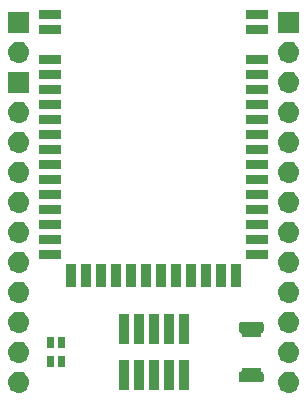
<source format=gbr>
G04 #@! TF.GenerationSoftware,KiCad,Pcbnew,(5.1.0)-1*
G04 #@! TF.CreationDate,2019-03-29T02:28:53-07:00*
G04 #@! TF.ProjectId,e73-breakout,6537332d-6272-4656-916b-6f75742e6b69,rev?*
G04 #@! TF.SameCoordinates,Original*
G04 #@! TF.FileFunction,Soldermask,Top*
G04 #@! TF.FilePolarity,Negative*
%FSLAX46Y46*%
G04 Gerber Fmt 4.6, Leading zero omitted, Abs format (unit mm)*
G04 Created by KiCad (PCBNEW (5.1.0)-1) date 2019-03-29 02:28:53*
%MOMM*%
%LPD*%
G04 APERTURE LIST*
%ADD10C,0.100000*%
G04 APERTURE END LIST*
D10*
G36*
X111540443Y-118155519D02*
G01*
X111606627Y-118162037D01*
X111776466Y-118213557D01*
X111932991Y-118297222D01*
X111968729Y-118326552D01*
X112070186Y-118409814D01*
X112153448Y-118511271D01*
X112182778Y-118547009D01*
X112266443Y-118703534D01*
X112317963Y-118873373D01*
X112335359Y-119050000D01*
X112317963Y-119226627D01*
X112266443Y-119396466D01*
X112182778Y-119552991D01*
X112153448Y-119588729D01*
X112070186Y-119690186D01*
X111968729Y-119773448D01*
X111932991Y-119802778D01*
X111776466Y-119886443D01*
X111606627Y-119937963D01*
X111540442Y-119944482D01*
X111474260Y-119951000D01*
X111385740Y-119951000D01*
X111319558Y-119944482D01*
X111253373Y-119937963D01*
X111083534Y-119886443D01*
X110927009Y-119802778D01*
X110891271Y-119773448D01*
X110789814Y-119690186D01*
X110706552Y-119588729D01*
X110677222Y-119552991D01*
X110593557Y-119396466D01*
X110542037Y-119226627D01*
X110524641Y-119050000D01*
X110542037Y-118873373D01*
X110593557Y-118703534D01*
X110677222Y-118547009D01*
X110706552Y-118511271D01*
X110789814Y-118409814D01*
X110891271Y-118326552D01*
X110927009Y-118297222D01*
X111083534Y-118213557D01*
X111253373Y-118162037D01*
X111319557Y-118155519D01*
X111385740Y-118149000D01*
X111474260Y-118149000D01*
X111540443Y-118155519D01*
X111540443Y-118155519D01*
G37*
G36*
X88680443Y-118155519D02*
G01*
X88746627Y-118162037D01*
X88916466Y-118213557D01*
X89072991Y-118297222D01*
X89108729Y-118326552D01*
X89210186Y-118409814D01*
X89293448Y-118511271D01*
X89322778Y-118547009D01*
X89406443Y-118703534D01*
X89457963Y-118873373D01*
X89475359Y-119050000D01*
X89457963Y-119226627D01*
X89406443Y-119396466D01*
X89322778Y-119552991D01*
X89293448Y-119588729D01*
X89210186Y-119690186D01*
X89108729Y-119773448D01*
X89072991Y-119802778D01*
X88916466Y-119886443D01*
X88746627Y-119937963D01*
X88680442Y-119944482D01*
X88614260Y-119951000D01*
X88525740Y-119951000D01*
X88459558Y-119944482D01*
X88393373Y-119937963D01*
X88223534Y-119886443D01*
X88067009Y-119802778D01*
X88031271Y-119773448D01*
X87929814Y-119690186D01*
X87846552Y-119588729D01*
X87817222Y-119552991D01*
X87733557Y-119396466D01*
X87682037Y-119226627D01*
X87664641Y-119050000D01*
X87682037Y-118873373D01*
X87733557Y-118703534D01*
X87817222Y-118547009D01*
X87846552Y-118511271D01*
X87929814Y-118409814D01*
X88031271Y-118326552D01*
X88067009Y-118297222D01*
X88223534Y-118213557D01*
X88393373Y-118162037D01*
X88459557Y-118155519D01*
X88525740Y-118149000D01*
X88614260Y-118149000D01*
X88680443Y-118155519D01*
X88680443Y-118155519D01*
G37*
G36*
X99151000Y-119711000D02*
G01*
X98309000Y-119711000D01*
X98309000Y-117209000D01*
X99151000Y-117209000D01*
X99151000Y-119711000D01*
X99151000Y-119711000D01*
G37*
G36*
X97881000Y-119711000D02*
G01*
X97039000Y-119711000D01*
X97039000Y-117209000D01*
X97881000Y-117209000D01*
X97881000Y-119711000D01*
X97881000Y-119711000D01*
G37*
G36*
X102961000Y-119711000D02*
G01*
X102119000Y-119711000D01*
X102119000Y-117209000D01*
X102961000Y-117209000D01*
X102961000Y-119711000D01*
X102961000Y-119711000D01*
G37*
G36*
X100421000Y-119711000D02*
G01*
X99579000Y-119711000D01*
X99579000Y-117209000D01*
X100421000Y-117209000D01*
X100421000Y-119711000D01*
X100421000Y-119711000D01*
G37*
G36*
X101691000Y-119711000D02*
G01*
X100849000Y-119711000D01*
X100849000Y-117209000D01*
X101691000Y-117209000D01*
X101691000Y-119711000D01*
X101691000Y-119711000D01*
G37*
G36*
X109056000Y-118037744D02*
G01*
X109058402Y-118062130D01*
X109065515Y-118085579D01*
X109077066Y-118107190D01*
X109092611Y-118126132D01*
X109111553Y-118141677D01*
X109133164Y-118153228D01*
X109156613Y-118160341D01*
X109168749Y-118162141D01*
X109174683Y-118162725D01*
X109205143Y-118171966D01*
X109233223Y-118186974D01*
X109257831Y-118207169D01*
X109278026Y-118231777D01*
X109293034Y-118259857D01*
X109302275Y-118290317D01*
X109306000Y-118328140D01*
X109306000Y-118891860D01*
X109302275Y-118929683D01*
X109293034Y-118960143D01*
X109278026Y-118988223D01*
X109257831Y-119012831D01*
X109233223Y-119033026D01*
X109205143Y-119048034D01*
X109174683Y-119057275D01*
X109136860Y-119061000D01*
X107373140Y-119061000D01*
X107335317Y-119057275D01*
X107304857Y-119048034D01*
X107276777Y-119033026D01*
X107252169Y-119012831D01*
X107231974Y-118988223D01*
X107216966Y-118960143D01*
X107207725Y-118929683D01*
X107204000Y-118891860D01*
X107204000Y-118328140D01*
X107207725Y-118290317D01*
X107216966Y-118259857D01*
X107231974Y-118231777D01*
X107252169Y-118207169D01*
X107276777Y-118186974D01*
X107304857Y-118171966D01*
X107335317Y-118162725D01*
X107341251Y-118162141D01*
X107365285Y-118157361D01*
X107387924Y-118147984D01*
X107408298Y-118134371D01*
X107425625Y-118117044D01*
X107439239Y-118096670D01*
X107448617Y-118074031D01*
X107453398Y-118049998D01*
X107454000Y-118037744D01*
X107454000Y-117809000D01*
X109056000Y-117809000D01*
X109056000Y-118037744D01*
X109056000Y-118037744D01*
G37*
G36*
X91596000Y-117761000D02*
G01*
X90994000Y-117761000D01*
X90994000Y-116859000D01*
X91596000Y-116859000D01*
X91596000Y-117761000D01*
X91596000Y-117761000D01*
G37*
G36*
X92496000Y-117761000D02*
G01*
X91894000Y-117761000D01*
X91894000Y-116859000D01*
X92496000Y-116859000D01*
X92496000Y-117761000D01*
X92496000Y-117761000D01*
G37*
G36*
X88680443Y-115615519D02*
G01*
X88746627Y-115622037D01*
X88916466Y-115673557D01*
X89072991Y-115757222D01*
X89108729Y-115786552D01*
X89210186Y-115869814D01*
X89293448Y-115971271D01*
X89322778Y-116007009D01*
X89406443Y-116163534D01*
X89457963Y-116333373D01*
X89475359Y-116510000D01*
X89457963Y-116686627D01*
X89406443Y-116856466D01*
X89322778Y-117012991D01*
X89293448Y-117048729D01*
X89210186Y-117150186D01*
X89108729Y-117233448D01*
X89072991Y-117262778D01*
X88916466Y-117346443D01*
X88746627Y-117397963D01*
X88680443Y-117404481D01*
X88614260Y-117411000D01*
X88525740Y-117411000D01*
X88459557Y-117404481D01*
X88393373Y-117397963D01*
X88223534Y-117346443D01*
X88067009Y-117262778D01*
X88031271Y-117233448D01*
X87929814Y-117150186D01*
X87846552Y-117048729D01*
X87817222Y-117012991D01*
X87733557Y-116856466D01*
X87682037Y-116686627D01*
X87664641Y-116510000D01*
X87682037Y-116333373D01*
X87733557Y-116163534D01*
X87817222Y-116007009D01*
X87846552Y-115971271D01*
X87929814Y-115869814D01*
X88031271Y-115786552D01*
X88067009Y-115757222D01*
X88223534Y-115673557D01*
X88393373Y-115622037D01*
X88459557Y-115615519D01*
X88525740Y-115609000D01*
X88614260Y-115609000D01*
X88680443Y-115615519D01*
X88680443Y-115615519D01*
G37*
G36*
X111540443Y-115615519D02*
G01*
X111606627Y-115622037D01*
X111776466Y-115673557D01*
X111932991Y-115757222D01*
X111968729Y-115786552D01*
X112070186Y-115869814D01*
X112153448Y-115971271D01*
X112182778Y-116007009D01*
X112266443Y-116163534D01*
X112317963Y-116333373D01*
X112335359Y-116510000D01*
X112317963Y-116686627D01*
X112266443Y-116856466D01*
X112182778Y-117012991D01*
X112153448Y-117048729D01*
X112070186Y-117150186D01*
X111968729Y-117233448D01*
X111932991Y-117262778D01*
X111776466Y-117346443D01*
X111606627Y-117397963D01*
X111540443Y-117404481D01*
X111474260Y-117411000D01*
X111385740Y-117411000D01*
X111319557Y-117404481D01*
X111253373Y-117397963D01*
X111083534Y-117346443D01*
X110927009Y-117262778D01*
X110891271Y-117233448D01*
X110789814Y-117150186D01*
X110706552Y-117048729D01*
X110677222Y-117012991D01*
X110593557Y-116856466D01*
X110542037Y-116686627D01*
X110524641Y-116510000D01*
X110542037Y-116333373D01*
X110593557Y-116163534D01*
X110677222Y-116007009D01*
X110706552Y-115971271D01*
X110789814Y-115869814D01*
X110891271Y-115786552D01*
X110927009Y-115757222D01*
X111083534Y-115673557D01*
X111253373Y-115622037D01*
X111319557Y-115615519D01*
X111385740Y-115609000D01*
X111474260Y-115609000D01*
X111540443Y-115615519D01*
X111540443Y-115615519D01*
G37*
G36*
X91596000Y-116161000D02*
G01*
X90994000Y-116161000D01*
X90994000Y-115259000D01*
X91596000Y-115259000D01*
X91596000Y-116161000D01*
X91596000Y-116161000D01*
G37*
G36*
X92496000Y-116161000D02*
G01*
X91894000Y-116161000D01*
X91894000Y-115259000D01*
X92496000Y-115259000D01*
X92496000Y-116161000D01*
X92496000Y-116161000D01*
G37*
G36*
X101691000Y-115811000D02*
G01*
X100849000Y-115811000D01*
X100849000Y-113309000D01*
X101691000Y-113309000D01*
X101691000Y-115811000D01*
X101691000Y-115811000D01*
G37*
G36*
X97881000Y-115811000D02*
G01*
X97039000Y-115811000D01*
X97039000Y-113309000D01*
X97881000Y-113309000D01*
X97881000Y-115811000D01*
X97881000Y-115811000D01*
G37*
G36*
X99151000Y-115811000D02*
G01*
X98309000Y-115811000D01*
X98309000Y-113309000D01*
X99151000Y-113309000D01*
X99151000Y-115811000D01*
X99151000Y-115811000D01*
G37*
G36*
X100421000Y-115811000D02*
G01*
X99579000Y-115811000D01*
X99579000Y-113309000D01*
X100421000Y-113309000D01*
X100421000Y-115811000D01*
X100421000Y-115811000D01*
G37*
G36*
X102961000Y-115811000D02*
G01*
X102119000Y-115811000D01*
X102119000Y-113309000D01*
X102961000Y-113309000D01*
X102961000Y-115811000D01*
X102961000Y-115811000D01*
G37*
G36*
X109174683Y-113962725D02*
G01*
X109205143Y-113971966D01*
X109233223Y-113986974D01*
X109257831Y-114007169D01*
X109278026Y-114031777D01*
X109293034Y-114059857D01*
X109302275Y-114090317D01*
X109306000Y-114128140D01*
X109306000Y-114691860D01*
X109302275Y-114729683D01*
X109293034Y-114760143D01*
X109278026Y-114788223D01*
X109257831Y-114812831D01*
X109233223Y-114833026D01*
X109205143Y-114848034D01*
X109174683Y-114857275D01*
X109168749Y-114857859D01*
X109144715Y-114862639D01*
X109122076Y-114872016D01*
X109101702Y-114885629D01*
X109084375Y-114902956D01*
X109070761Y-114923330D01*
X109061383Y-114945969D01*
X109056602Y-114970002D01*
X109056000Y-114982256D01*
X109056000Y-115211000D01*
X107454000Y-115211000D01*
X107454000Y-114982256D01*
X107451598Y-114957870D01*
X107444485Y-114934421D01*
X107432934Y-114912810D01*
X107417389Y-114893868D01*
X107398447Y-114878323D01*
X107376836Y-114866772D01*
X107353387Y-114859659D01*
X107341251Y-114857859D01*
X107335317Y-114857275D01*
X107304857Y-114848034D01*
X107276777Y-114833026D01*
X107252169Y-114812831D01*
X107231974Y-114788223D01*
X107216966Y-114760143D01*
X107207725Y-114729683D01*
X107204000Y-114691860D01*
X107204000Y-114128140D01*
X107207725Y-114090317D01*
X107216966Y-114059857D01*
X107231974Y-114031777D01*
X107252169Y-114007169D01*
X107276777Y-113986974D01*
X107304857Y-113971966D01*
X107335317Y-113962725D01*
X107373140Y-113959000D01*
X109136860Y-113959000D01*
X109174683Y-113962725D01*
X109174683Y-113962725D01*
G37*
G36*
X111540443Y-113075519D02*
G01*
X111606627Y-113082037D01*
X111776466Y-113133557D01*
X111932991Y-113217222D01*
X111968729Y-113246552D01*
X112070186Y-113329814D01*
X112153448Y-113431271D01*
X112182778Y-113467009D01*
X112266443Y-113623534D01*
X112317963Y-113793373D01*
X112335359Y-113970000D01*
X112317963Y-114146627D01*
X112266443Y-114316466D01*
X112182778Y-114472991D01*
X112153448Y-114508729D01*
X112070186Y-114610186D01*
X111985734Y-114679493D01*
X111932991Y-114722778D01*
X111776466Y-114806443D01*
X111606627Y-114857963D01*
X111540443Y-114864481D01*
X111474260Y-114871000D01*
X111385740Y-114871000D01*
X111319557Y-114864481D01*
X111253373Y-114857963D01*
X111083534Y-114806443D01*
X110927009Y-114722778D01*
X110874266Y-114679493D01*
X110789814Y-114610186D01*
X110706552Y-114508729D01*
X110677222Y-114472991D01*
X110593557Y-114316466D01*
X110542037Y-114146627D01*
X110524641Y-113970000D01*
X110542037Y-113793373D01*
X110593557Y-113623534D01*
X110677222Y-113467009D01*
X110706552Y-113431271D01*
X110789814Y-113329814D01*
X110891271Y-113246552D01*
X110927009Y-113217222D01*
X111083534Y-113133557D01*
X111253373Y-113082037D01*
X111319557Y-113075519D01*
X111385740Y-113069000D01*
X111474260Y-113069000D01*
X111540443Y-113075519D01*
X111540443Y-113075519D01*
G37*
G36*
X88680443Y-113075519D02*
G01*
X88746627Y-113082037D01*
X88916466Y-113133557D01*
X89072991Y-113217222D01*
X89108729Y-113246552D01*
X89210186Y-113329814D01*
X89293448Y-113431271D01*
X89322778Y-113467009D01*
X89406443Y-113623534D01*
X89457963Y-113793373D01*
X89475359Y-113970000D01*
X89457963Y-114146627D01*
X89406443Y-114316466D01*
X89322778Y-114472991D01*
X89293448Y-114508729D01*
X89210186Y-114610186D01*
X89125734Y-114679493D01*
X89072991Y-114722778D01*
X88916466Y-114806443D01*
X88746627Y-114857963D01*
X88680443Y-114864481D01*
X88614260Y-114871000D01*
X88525740Y-114871000D01*
X88459557Y-114864481D01*
X88393373Y-114857963D01*
X88223534Y-114806443D01*
X88067009Y-114722778D01*
X88014266Y-114679493D01*
X87929814Y-114610186D01*
X87846552Y-114508729D01*
X87817222Y-114472991D01*
X87733557Y-114316466D01*
X87682037Y-114146627D01*
X87664641Y-113970000D01*
X87682037Y-113793373D01*
X87733557Y-113623534D01*
X87817222Y-113467009D01*
X87846552Y-113431271D01*
X87929814Y-113329814D01*
X88031271Y-113246552D01*
X88067009Y-113217222D01*
X88223534Y-113133557D01*
X88393373Y-113082037D01*
X88459557Y-113075519D01*
X88525740Y-113069000D01*
X88614260Y-113069000D01*
X88680443Y-113075519D01*
X88680443Y-113075519D01*
G37*
G36*
X88680443Y-110535519D02*
G01*
X88746627Y-110542037D01*
X88916466Y-110593557D01*
X89072991Y-110677222D01*
X89108729Y-110706552D01*
X89210186Y-110789814D01*
X89293448Y-110891271D01*
X89322778Y-110927009D01*
X89406443Y-111083534D01*
X89457963Y-111253373D01*
X89475359Y-111430000D01*
X89457963Y-111606627D01*
X89406443Y-111776466D01*
X89322778Y-111932991D01*
X89293448Y-111968729D01*
X89210186Y-112070186D01*
X89108729Y-112153448D01*
X89072991Y-112182778D01*
X88916466Y-112266443D01*
X88746627Y-112317963D01*
X88680443Y-112324481D01*
X88614260Y-112331000D01*
X88525740Y-112331000D01*
X88459557Y-112324481D01*
X88393373Y-112317963D01*
X88223534Y-112266443D01*
X88067009Y-112182778D01*
X88031271Y-112153448D01*
X87929814Y-112070186D01*
X87846552Y-111968729D01*
X87817222Y-111932991D01*
X87733557Y-111776466D01*
X87682037Y-111606627D01*
X87664641Y-111430000D01*
X87682037Y-111253373D01*
X87733557Y-111083534D01*
X87817222Y-110927009D01*
X87846552Y-110891271D01*
X87929814Y-110789814D01*
X88031271Y-110706552D01*
X88067009Y-110677222D01*
X88223534Y-110593557D01*
X88393373Y-110542037D01*
X88459557Y-110535519D01*
X88525740Y-110529000D01*
X88614260Y-110529000D01*
X88680443Y-110535519D01*
X88680443Y-110535519D01*
G37*
G36*
X111540443Y-110535519D02*
G01*
X111606627Y-110542037D01*
X111776466Y-110593557D01*
X111932991Y-110677222D01*
X111968729Y-110706552D01*
X112070186Y-110789814D01*
X112153448Y-110891271D01*
X112182778Y-110927009D01*
X112266443Y-111083534D01*
X112317963Y-111253373D01*
X112335359Y-111430000D01*
X112317963Y-111606627D01*
X112266443Y-111776466D01*
X112182778Y-111932991D01*
X112153448Y-111968729D01*
X112070186Y-112070186D01*
X111968729Y-112153448D01*
X111932991Y-112182778D01*
X111776466Y-112266443D01*
X111606627Y-112317963D01*
X111540443Y-112324481D01*
X111474260Y-112331000D01*
X111385740Y-112331000D01*
X111319557Y-112324481D01*
X111253373Y-112317963D01*
X111083534Y-112266443D01*
X110927009Y-112182778D01*
X110891271Y-112153448D01*
X110789814Y-112070186D01*
X110706552Y-111968729D01*
X110677222Y-111932991D01*
X110593557Y-111776466D01*
X110542037Y-111606627D01*
X110524641Y-111430000D01*
X110542037Y-111253373D01*
X110593557Y-111083534D01*
X110677222Y-110927009D01*
X110706552Y-110891271D01*
X110789814Y-110789814D01*
X110891271Y-110706552D01*
X110927009Y-110677222D01*
X111083534Y-110593557D01*
X111253373Y-110542037D01*
X111319557Y-110535519D01*
X111385740Y-110529000D01*
X111474260Y-110529000D01*
X111540443Y-110535519D01*
X111540443Y-110535519D01*
G37*
G36*
X95956000Y-110956000D02*
G01*
X95154000Y-110956000D01*
X95154000Y-109054000D01*
X95956000Y-109054000D01*
X95956000Y-110956000D01*
X95956000Y-110956000D01*
G37*
G36*
X94686000Y-110956000D02*
G01*
X93884000Y-110956000D01*
X93884000Y-109054000D01*
X94686000Y-109054000D01*
X94686000Y-110956000D01*
X94686000Y-110956000D01*
G37*
G36*
X107386000Y-110956000D02*
G01*
X106584000Y-110956000D01*
X106584000Y-109054000D01*
X107386000Y-109054000D01*
X107386000Y-110956000D01*
X107386000Y-110956000D01*
G37*
G36*
X106116000Y-110956000D02*
G01*
X105314000Y-110956000D01*
X105314000Y-109054000D01*
X106116000Y-109054000D01*
X106116000Y-110956000D01*
X106116000Y-110956000D01*
G37*
G36*
X104846000Y-110956000D02*
G01*
X104044000Y-110956000D01*
X104044000Y-109054000D01*
X104846000Y-109054000D01*
X104846000Y-110956000D01*
X104846000Y-110956000D01*
G37*
G36*
X103576000Y-110956000D02*
G01*
X102774000Y-110956000D01*
X102774000Y-109054000D01*
X103576000Y-109054000D01*
X103576000Y-110956000D01*
X103576000Y-110956000D01*
G37*
G36*
X102306000Y-110956000D02*
G01*
X101504000Y-110956000D01*
X101504000Y-109054000D01*
X102306000Y-109054000D01*
X102306000Y-110956000D01*
X102306000Y-110956000D01*
G37*
G36*
X101036000Y-110956000D02*
G01*
X100234000Y-110956000D01*
X100234000Y-109054000D01*
X101036000Y-109054000D01*
X101036000Y-110956000D01*
X101036000Y-110956000D01*
G37*
G36*
X99766000Y-110956000D02*
G01*
X98964000Y-110956000D01*
X98964000Y-109054000D01*
X99766000Y-109054000D01*
X99766000Y-110956000D01*
X99766000Y-110956000D01*
G37*
G36*
X98496000Y-110956000D02*
G01*
X97694000Y-110956000D01*
X97694000Y-109054000D01*
X98496000Y-109054000D01*
X98496000Y-110956000D01*
X98496000Y-110956000D01*
G37*
G36*
X97226000Y-110956000D02*
G01*
X96424000Y-110956000D01*
X96424000Y-109054000D01*
X97226000Y-109054000D01*
X97226000Y-110956000D01*
X97226000Y-110956000D01*
G37*
G36*
X93416000Y-110956000D02*
G01*
X92614000Y-110956000D01*
X92614000Y-109054000D01*
X93416000Y-109054000D01*
X93416000Y-110956000D01*
X93416000Y-110956000D01*
G37*
G36*
X111540442Y-107995518D02*
G01*
X111606627Y-108002037D01*
X111776466Y-108053557D01*
X111932991Y-108137222D01*
X111968729Y-108166552D01*
X112070186Y-108249814D01*
X112153448Y-108351271D01*
X112182778Y-108387009D01*
X112266443Y-108543534D01*
X112317963Y-108713373D01*
X112335359Y-108890000D01*
X112317963Y-109066627D01*
X112266443Y-109236466D01*
X112182778Y-109392991D01*
X112153448Y-109428729D01*
X112070186Y-109530186D01*
X111968729Y-109613448D01*
X111932991Y-109642778D01*
X111776466Y-109726443D01*
X111606627Y-109777963D01*
X111540443Y-109784481D01*
X111474260Y-109791000D01*
X111385740Y-109791000D01*
X111319557Y-109784481D01*
X111253373Y-109777963D01*
X111083534Y-109726443D01*
X110927009Y-109642778D01*
X110891271Y-109613448D01*
X110789814Y-109530186D01*
X110706552Y-109428729D01*
X110677222Y-109392991D01*
X110593557Y-109236466D01*
X110542037Y-109066627D01*
X110524641Y-108890000D01*
X110542037Y-108713373D01*
X110593557Y-108543534D01*
X110677222Y-108387009D01*
X110706552Y-108351271D01*
X110789814Y-108249814D01*
X110891271Y-108166552D01*
X110927009Y-108137222D01*
X111083534Y-108053557D01*
X111253373Y-108002037D01*
X111319558Y-107995518D01*
X111385740Y-107989000D01*
X111474260Y-107989000D01*
X111540442Y-107995518D01*
X111540442Y-107995518D01*
G37*
G36*
X88680442Y-107995518D02*
G01*
X88746627Y-108002037D01*
X88916466Y-108053557D01*
X89072991Y-108137222D01*
X89108729Y-108166552D01*
X89210186Y-108249814D01*
X89293448Y-108351271D01*
X89322778Y-108387009D01*
X89406443Y-108543534D01*
X89457963Y-108713373D01*
X89475359Y-108890000D01*
X89457963Y-109066627D01*
X89406443Y-109236466D01*
X89322778Y-109392991D01*
X89293448Y-109428729D01*
X89210186Y-109530186D01*
X89108729Y-109613448D01*
X89072991Y-109642778D01*
X88916466Y-109726443D01*
X88746627Y-109777963D01*
X88680443Y-109784481D01*
X88614260Y-109791000D01*
X88525740Y-109791000D01*
X88459557Y-109784481D01*
X88393373Y-109777963D01*
X88223534Y-109726443D01*
X88067009Y-109642778D01*
X88031271Y-109613448D01*
X87929814Y-109530186D01*
X87846552Y-109428729D01*
X87817222Y-109392991D01*
X87733557Y-109236466D01*
X87682037Y-109066627D01*
X87664641Y-108890000D01*
X87682037Y-108713373D01*
X87733557Y-108543534D01*
X87817222Y-108387009D01*
X87846552Y-108351271D01*
X87929814Y-108249814D01*
X88031271Y-108166552D01*
X88067009Y-108137222D01*
X88223534Y-108053557D01*
X88393373Y-108002037D01*
X88459558Y-107995518D01*
X88525740Y-107989000D01*
X88614260Y-107989000D01*
X88680442Y-107995518D01*
X88680442Y-107995518D01*
G37*
G36*
X109701000Y-108656000D02*
G01*
X107799000Y-108656000D01*
X107799000Y-107854000D01*
X109701000Y-107854000D01*
X109701000Y-108656000D01*
X109701000Y-108656000D01*
G37*
G36*
X92201000Y-108656000D02*
G01*
X90299000Y-108656000D01*
X90299000Y-107854000D01*
X92201000Y-107854000D01*
X92201000Y-108656000D01*
X92201000Y-108656000D01*
G37*
G36*
X109701000Y-107386000D02*
G01*
X107799000Y-107386000D01*
X107799000Y-106584000D01*
X109701000Y-106584000D01*
X109701000Y-107386000D01*
X109701000Y-107386000D01*
G37*
G36*
X92201000Y-107386000D02*
G01*
X90299000Y-107386000D01*
X90299000Y-106584000D01*
X92201000Y-106584000D01*
X92201000Y-107386000D01*
X92201000Y-107386000D01*
G37*
G36*
X88680443Y-105455519D02*
G01*
X88746627Y-105462037D01*
X88916466Y-105513557D01*
X89072991Y-105597222D01*
X89108729Y-105626552D01*
X89210186Y-105709814D01*
X89293448Y-105811271D01*
X89322778Y-105847009D01*
X89406443Y-106003534D01*
X89457963Y-106173373D01*
X89475359Y-106350000D01*
X89457963Y-106526627D01*
X89406443Y-106696466D01*
X89322778Y-106852991D01*
X89293448Y-106888729D01*
X89210186Y-106990186D01*
X89108729Y-107073448D01*
X89072991Y-107102778D01*
X88916466Y-107186443D01*
X88746627Y-107237963D01*
X88680442Y-107244482D01*
X88614260Y-107251000D01*
X88525740Y-107251000D01*
X88459558Y-107244482D01*
X88393373Y-107237963D01*
X88223534Y-107186443D01*
X88067009Y-107102778D01*
X88031271Y-107073448D01*
X87929814Y-106990186D01*
X87846552Y-106888729D01*
X87817222Y-106852991D01*
X87733557Y-106696466D01*
X87682037Y-106526627D01*
X87664641Y-106350000D01*
X87682037Y-106173373D01*
X87733557Y-106003534D01*
X87817222Y-105847009D01*
X87846552Y-105811271D01*
X87929814Y-105709814D01*
X88031271Y-105626552D01*
X88067009Y-105597222D01*
X88223534Y-105513557D01*
X88393373Y-105462037D01*
X88459558Y-105455518D01*
X88525740Y-105449000D01*
X88614260Y-105449000D01*
X88680443Y-105455519D01*
X88680443Y-105455519D01*
G37*
G36*
X111540443Y-105455519D02*
G01*
X111606627Y-105462037D01*
X111776466Y-105513557D01*
X111932991Y-105597222D01*
X111968729Y-105626552D01*
X112070186Y-105709814D01*
X112153448Y-105811271D01*
X112182778Y-105847009D01*
X112266443Y-106003534D01*
X112317963Y-106173373D01*
X112335359Y-106350000D01*
X112317963Y-106526627D01*
X112266443Y-106696466D01*
X112182778Y-106852991D01*
X112153448Y-106888729D01*
X112070186Y-106990186D01*
X111968729Y-107073448D01*
X111932991Y-107102778D01*
X111776466Y-107186443D01*
X111606627Y-107237963D01*
X111540442Y-107244482D01*
X111474260Y-107251000D01*
X111385740Y-107251000D01*
X111319558Y-107244482D01*
X111253373Y-107237963D01*
X111083534Y-107186443D01*
X110927009Y-107102778D01*
X110891271Y-107073448D01*
X110789814Y-106990186D01*
X110706552Y-106888729D01*
X110677222Y-106852991D01*
X110593557Y-106696466D01*
X110542037Y-106526627D01*
X110524641Y-106350000D01*
X110542037Y-106173373D01*
X110593557Y-106003534D01*
X110677222Y-105847009D01*
X110706552Y-105811271D01*
X110789814Y-105709814D01*
X110891271Y-105626552D01*
X110927009Y-105597222D01*
X111083534Y-105513557D01*
X111253373Y-105462037D01*
X111319558Y-105455518D01*
X111385740Y-105449000D01*
X111474260Y-105449000D01*
X111540443Y-105455519D01*
X111540443Y-105455519D01*
G37*
G36*
X109701000Y-106116000D02*
G01*
X107799000Y-106116000D01*
X107799000Y-105314000D01*
X109701000Y-105314000D01*
X109701000Y-106116000D01*
X109701000Y-106116000D01*
G37*
G36*
X92201000Y-106116000D02*
G01*
X90299000Y-106116000D01*
X90299000Y-105314000D01*
X92201000Y-105314000D01*
X92201000Y-106116000D01*
X92201000Y-106116000D01*
G37*
G36*
X92201000Y-104846000D02*
G01*
X90299000Y-104846000D01*
X90299000Y-104044000D01*
X92201000Y-104044000D01*
X92201000Y-104846000D01*
X92201000Y-104846000D01*
G37*
G36*
X109701000Y-104846000D02*
G01*
X107799000Y-104846000D01*
X107799000Y-104044000D01*
X109701000Y-104044000D01*
X109701000Y-104846000D01*
X109701000Y-104846000D01*
G37*
G36*
X111540442Y-102915518D02*
G01*
X111606627Y-102922037D01*
X111776466Y-102973557D01*
X111932991Y-103057222D01*
X111968729Y-103086552D01*
X112070186Y-103169814D01*
X112153448Y-103271271D01*
X112182778Y-103307009D01*
X112266443Y-103463534D01*
X112317963Y-103633373D01*
X112335359Y-103810000D01*
X112317963Y-103986627D01*
X112266443Y-104156466D01*
X112182778Y-104312991D01*
X112153448Y-104348729D01*
X112070186Y-104450186D01*
X111968729Y-104533448D01*
X111932991Y-104562778D01*
X111776466Y-104646443D01*
X111606627Y-104697963D01*
X111540443Y-104704481D01*
X111474260Y-104711000D01*
X111385740Y-104711000D01*
X111319558Y-104704482D01*
X111253373Y-104697963D01*
X111083534Y-104646443D01*
X110927009Y-104562778D01*
X110891271Y-104533448D01*
X110789814Y-104450186D01*
X110706552Y-104348729D01*
X110677222Y-104312991D01*
X110593557Y-104156466D01*
X110542037Y-103986627D01*
X110524641Y-103810000D01*
X110542037Y-103633373D01*
X110593557Y-103463534D01*
X110677222Y-103307009D01*
X110706552Y-103271271D01*
X110789814Y-103169814D01*
X110891271Y-103086552D01*
X110927009Y-103057222D01*
X111083534Y-102973557D01*
X111253373Y-102922037D01*
X111319558Y-102915518D01*
X111385740Y-102909000D01*
X111474260Y-102909000D01*
X111540442Y-102915518D01*
X111540442Y-102915518D01*
G37*
G36*
X88680442Y-102915518D02*
G01*
X88746627Y-102922037D01*
X88916466Y-102973557D01*
X89072991Y-103057222D01*
X89108729Y-103086552D01*
X89210186Y-103169814D01*
X89293448Y-103271271D01*
X89322778Y-103307009D01*
X89406443Y-103463534D01*
X89457963Y-103633373D01*
X89475359Y-103810000D01*
X89457963Y-103986627D01*
X89406443Y-104156466D01*
X89322778Y-104312991D01*
X89293448Y-104348729D01*
X89210186Y-104450186D01*
X89108729Y-104533448D01*
X89072991Y-104562778D01*
X88916466Y-104646443D01*
X88746627Y-104697963D01*
X88680443Y-104704481D01*
X88614260Y-104711000D01*
X88525740Y-104711000D01*
X88459558Y-104704482D01*
X88393373Y-104697963D01*
X88223534Y-104646443D01*
X88067009Y-104562778D01*
X88031271Y-104533448D01*
X87929814Y-104450186D01*
X87846552Y-104348729D01*
X87817222Y-104312991D01*
X87733557Y-104156466D01*
X87682037Y-103986627D01*
X87664641Y-103810000D01*
X87682037Y-103633373D01*
X87733557Y-103463534D01*
X87817222Y-103307009D01*
X87846552Y-103271271D01*
X87929814Y-103169814D01*
X88031271Y-103086552D01*
X88067009Y-103057222D01*
X88223534Y-102973557D01*
X88393373Y-102922037D01*
X88459558Y-102915518D01*
X88525740Y-102909000D01*
X88614260Y-102909000D01*
X88680442Y-102915518D01*
X88680442Y-102915518D01*
G37*
G36*
X109701000Y-103576000D02*
G01*
X107799000Y-103576000D01*
X107799000Y-102774000D01*
X109701000Y-102774000D01*
X109701000Y-103576000D01*
X109701000Y-103576000D01*
G37*
G36*
X92201000Y-103576000D02*
G01*
X90299000Y-103576000D01*
X90299000Y-102774000D01*
X92201000Y-102774000D01*
X92201000Y-103576000D01*
X92201000Y-103576000D01*
G37*
G36*
X109701000Y-102306000D02*
G01*
X107799000Y-102306000D01*
X107799000Y-101504000D01*
X109701000Y-101504000D01*
X109701000Y-102306000D01*
X109701000Y-102306000D01*
G37*
G36*
X92201000Y-102306000D02*
G01*
X90299000Y-102306000D01*
X90299000Y-101504000D01*
X92201000Y-101504000D01*
X92201000Y-102306000D01*
X92201000Y-102306000D01*
G37*
G36*
X111540443Y-100375519D02*
G01*
X111606627Y-100382037D01*
X111776466Y-100433557D01*
X111932991Y-100517222D01*
X111968729Y-100546552D01*
X112070186Y-100629814D01*
X112153448Y-100731271D01*
X112182778Y-100767009D01*
X112266443Y-100923534D01*
X112317963Y-101093373D01*
X112335359Y-101270000D01*
X112317963Y-101446627D01*
X112266443Y-101616466D01*
X112182778Y-101772991D01*
X112153448Y-101808729D01*
X112070186Y-101910186D01*
X111968729Y-101993448D01*
X111932991Y-102022778D01*
X111776466Y-102106443D01*
X111606627Y-102157963D01*
X111540442Y-102164482D01*
X111474260Y-102171000D01*
X111385740Y-102171000D01*
X111319558Y-102164482D01*
X111253373Y-102157963D01*
X111083534Y-102106443D01*
X110927009Y-102022778D01*
X110891271Y-101993448D01*
X110789814Y-101910186D01*
X110706552Y-101808729D01*
X110677222Y-101772991D01*
X110593557Y-101616466D01*
X110542037Y-101446627D01*
X110524641Y-101270000D01*
X110542037Y-101093373D01*
X110593557Y-100923534D01*
X110677222Y-100767009D01*
X110706552Y-100731271D01*
X110789814Y-100629814D01*
X110891271Y-100546552D01*
X110927009Y-100517222D01*
X111083534Y-100433557D01*
X111253373Y-100382037D01*
X111319558Y-100375518D01*
X111385740Y-100369000D01*
X111474260Y-100369000D01*
X111540443Y-100375519D01*
X111540443Y-100375519D01*
G37*
G36*
X88680443Y-100375519D02*
G01*
X88746627Y-100382037D01*
X88916466Y-100433557D01*
X89072991Y-100517222D01*
X89108729Y-100546552D01*
X89210186Y-100629814D01*
X89293448Y-100731271D01*
X89322778Y-100767009D01*
X89406443Y-100923534D01*
X89457963Y-101093373D01*
X89475359Y-101270000D01*
X89457963Y-101446627D01*
X89406443Y-101616466D01*
X89322778Y-101772991D01*
X89293448Y-101808729D01*
X89210186Y-101910186D01*
X89108729Y-101993448D01*
X89072991Y-102022778D01*
X88916466Y-102106443D01*
X88746627Y-102157963D01*
X88680442Y-102164482D01*
X88614260Y-102171000D01*
X88525740Y-102171000D01*
X88459558Y-102164482D01*
X88393373Y-102157963D01*
X88223534Y-102106443D01*
X88067009Y-102022778D01*
X88031271Y-101993448D01*
X87929814Y-101910186D01*
X87846552Y-101808729D01*
X87817222Y-101772991D01*
X87733557Y-101616466D01*
X87682037Y-101446627D01*
X87664641Y-101270000D01*
X87682037Y-101093373D01*
X87733557Y-100923534D01*
X87817222Y-100767009D01*
X87846552Y-100731271D01*
X87929814Y-100629814D01*
X88031271Y-100546552D01*
X88067009Y-100517222D01*
X88223534Y-100433557D01*
X88393373Y-100382037D01*
X88459558Y-100375518D01*
X88525740Y-100369000D01*
X88614260Y-100369000D01*
X88680443Y-100375519D01*
X88680443Y-100375519D01*
G37*
G36*
X92201000Y-101036000D02*
G01*
X90299000Y-101036000D01*
X90299000Y-100234000D01*
X92201000Y-100234000D01*
X92201000Y-101036000D01*
X92201000Y-101036000D01*
G37*
G36*
X109701000Y-101036000D02*
G01*
X107799000Y-101036000D01*
X107799000Y-100234000D01*
X109701000Y-100234000D01*
X109701000Y-101036000D01*
X109701000Y-101036000D01*
G37*
G36*
X109701000Y-99766000D02*
G01*
X107799000Y-99766000D01*
X107799000Y-98964000D01*
X109701000Y-98964000D01*
X109701000Y-99766000D01*
X109701000Y-99766000D01*
G37*
G36*
X92201000Y-99766000D02*
G01*
X90299000Y-99766000D01*
X90299000Y-98964000D01*
X92201000Y-98964000D01*
X92201000Y-99766000D01*
X92201000Y-99766000D01*
G37*
G36*
X111540442Y-97835518D02*
G01*
X111606627Y-97842037D01*
X111776466Y-97893557D01*
X111932991Y-97977222D01*
X111968729Y-98006552D01*
X112070186Y-98089814D01*
X112153448Y-98191271D01*
X112182778Y-98227009D01*
X112266443Y-98383534D01*
X112317963Y-98553373D01*
X112335359Y-98730000D01*
X112317963Y-98906627D01*
X112266443Y-99076466D01*
X112182778Y-99232991D01*
X112153448Y-99268729D01*
X112070186Y-99370186D01*
X111968729Y-99453448D01*
X111932991Y-99482778D01*
X111776466Y-99566443D01*
X111606627Y-99617963D01*
X111540442Y-99624482D01*
X111474260Y-99631000D01*
X111385740Y-99631000D01*
X111319557Y-99624481D01*
X111253373Y-99617963D01*
X111083534Y-99566443D01*
X110927009Y-99482778D01*
X110891271Y-99453448D01*
X110789814Y-99370186D01*
X110706552Y-99268729D01*
X110677222Y-99232991D01*
X110593557Y-99076466D01*
X110542037Y-98906627D01*
X110524641Y-98730000D01*
X110542037Y-98553373D01*
X110593557Y-98383534D01*
X110677222Y-98227009D01*
X110706552Y-98191271D01*
X110789814Y-98089814D01*
X110891271Y-98006552D01*
X110927009Y-97977222D01*
X111083534Y-97893557D01*
X111253373Y-97842037D01*
X111319558Y-97835518D01*
X111385740Y-97829000D01*
X111474260Y-97829000D01*
X111540442Y-97835518D01*
X111540442Y-97835518D01*
G37*
G36*
X88680442Y-97835518D02*
G01*
X88746627Y-97842037D01*
X88916466Y-97893557D01*
X89072991Y-97977222D01*
X89108729Y-98006552D01*
X89210186Y-98089814D01*
X89293448Y-98191271D01*
X89322778Y-98227009D01*
X89406443Y-98383534D01*
X89457963Y-98553373D01*
X89475359Y-98730000D01*
X89457963Y-98906627D01*
X89406443Y-99076466D01*
X89322778Y-99232991D01*
X89293448Y-99268729D01*
X89210186Y-99370186D01*
X89108729Y-99453448D01*
X89072991Y-99482778D01*
X88916466Y-99566443D01*
X88746627Y-99617963D01*
X88680442Y-99624482D01*
X88614260Y-99631000D01*
X88525740Y-99631000D01*
X88459557Y-99624481D01*
X88393373Y-99617963D01*
X88223534Y-99566443D01*
X88067009Y-99482778D01*
X88031271Y-99453448D01*
X87929814Y-99370186D01*
X87846552Y-99268729D01*
X87817222Y-99232991D01*
X87733557Y-99076466D01*
X87682037Y-98906627D01*
X87664641Y-98730000D01*
X87682037Y-98553373D01*
X87733557Y-98383534D01*
X87817222Y-98227009D01*
X87846552Y-98191271D01*
X87929814Y-98089814D01*
X88031271Y-98006552D01*
X88067009Y-97977222D01*
X88223534Y-97893557D01*
X88393373Y-97842037D01*
X88459558Y-97835518D01*
X88525740Y-97829000D01*
X88614260Y-97829000D01*
X88680442Y-97835518D01*
X88680442Y-97835518D01*
G37*
G36*
X92201000Y-98496000D02*
G01*
X90299000Y-98496000D01*
X90299000Y-97694000D01*
X92201000Y-97694000D01*
X92201000Y-98496000D01*
X92201000Y-98496000D01*
G37*
G36*
X109701000Y-98496000D02*
G01*
X107799000Y-98496000D01*
X107799000Y-97694000D01*
X109701000Y-97694000D01*
X109701000Y-98496000D01*
X109701000Y-98496000D01*
G37*
G36*
X92201000Y-97226000D02*
G01*
X90299000Y-97226000D01*
X90299000Y-96424000D01*
X92201000Y-96424000D01*
X92201000Y-97226000D01*
X92201000Y-97226000D01*
G37*
G36*
X109701000Y-97226000D02*
G01*
X107799000Y-97226000D01*
X107799000Y-96424000D01*
X109701000Y-96424000D01*
X109701000Y-97226000D01*
X109701000Y-97226000D01*
G37*
G36*
X88680443Y-95295519D02*
G01*
X88746627Y-95302037D01*
X88916466Y-95353557D01*
X89072991Y-95437222D01*
X89108729Y-95466552D01*
X89210186Y-95549814D01*
X89293448Y-95651271D01*
X89322778Y-95687009D01*
X89406443Y-95843534D01*
X89457963Y-96013373D01*
X89475359Y-96190000D01*
X89457963Y-96366627D01*
X89406443Y-96536466D01*
X89322778Y-96692991D01*
X89293448Y-96728729D01*
X89210186Y-96830186D01*
X89108729Y-96913448D01*
X89072991Y-96942778D01*
X88916466Y-97026443D01*
X88746627Y-97077963D01*
X88680443Y-97084481D01*
X88614260Y-97091000D01*
X88525740Y-97091000D01*
X88459557Y-97084481D01*
X88393373Y-97077963D01*
X88223534Y-97026443D01*
X88067009Y-96942778D01*
X88031271Y-96913448D01*
X87929814Y-96830186D01*
X87846552Y-96728729D01*
X87817222Y-96692991D01*
X87733557Y-96536466D01*
X87682037Y-96366627D01*
X87664641Y-96190000D01*
X87682037Y-96013373D01*
X87733557Y-95843534D01*
X87817222Y-95687009D01*
X87846552Y-95651271D01*
X87929814Y-95549814D01*
X88031271Y-95466552D01*
X88067009Y-95437222D01*
X88223534Y-95353557D01*
X88393373Y-95302037D01*
X88459557Y-95295519D01*
X88525740Y-95289000D01*
X88614260Y-95289000D01*
X88680443Y-95295519D01*
X88680443Y-95295519D01*
G37*
G36*
X111540443Y-95295519D02*
G01*
X111606627Y-95302037D01*
X111776466Y-95353557D01*
X111932991Y-95437222D01*
X111968729Y-95466552D01*
X112070186Y-95549814D01*
X112153448Y-95651271D01*
X112182778Y-95687009D01*
X112266443Y-95843534D01*
X112317963Y-96013373D01*
X112335359Y-96190000D01*
X112317963Y-96366627D01*
X112266443Y-96536466D01*
X112182778Y-96692991D01*
X112153448Y-96728729D01*
X112070186Y-96830186D01*
X111968729Y-96913448D01*
X111932991Y-96942778D01*
X111776466Y-97026443D01*
X111606627Y-97077963D01*
X111540443Y-97084481D01*
X111474260Y-97091000D01*
X111385740Y-97091000D01*
X111319557Y-97084481D01*
X111253373Y-97077963D01*
X111083534Y-97026443D01*
X110927009Y-96942778D01*
X110891271Y-96913448D01*
X110789814Y-96830186D01*
X110706552Y-96728729D01*
X110677222Y-96692991D01*
X110593557Y-96536466D01*
X110542037Y-96366627D01*
X110524641Y-96190000D01*
X110542037Y-96013373D01*
X110593557Y-95843534D01*
X110677222Y-95687009D01*
X110706552Y-95651271D01*
X110789814Y-95549814D01*
X110891271Y-95466552D01*
X110927009Y-95437222D01*
X111083534Y-95353557D01*
X111253373Y-95302037D01*
X111319557Y-95295519D01*
X111385740Y-95289000D01*
X111474260Y-95289000D01*
X111540443Y-95295519D01*
X111540443Y-95295519D01*
G37*
G36*
X92201000Y-95956000D02*
G01*
X90299000Y-95956000D01*
X90299000Y-95154000D01*
X92201000Y-95154000D01*
X92201000Y-95956000D01*
X92201000Y-95956000D01*
G37*
G36*
X109701000Y-95956000D02*
G01*
X107799000Y-95956000D01*
X107799000Y-95154000D01*
X109701000Y-95154000D01*
X109701000Y-95956000D01*
X109701000Y-95956000D01*
G37*
G36*
X109701000Y-94686000D02*
G01*
X107799000Y-94686000D01*
X107799000Y-93884000D01*
X109701000Y-93884000D01*
X109701000Y-94686000D01*
X109701000Y-94686000D01*
G37*
G36*
X92201000Y-94686000D02*
G01*
X90299000Y-94686000D01*
X90299000Y-93884000D01*
X92201000Y-93884000D01*
X92201000Y-94686000D01*
X92201000Y-94686000D01*
G37*
G36*
X111540442Y-92755518D02*
G01*
X111606627Y-92762037D01*
X111776466Y-92813557D01*
X111932991Y-92897222D01*
X111968729Y-92926552D01*
X112070186Y-93009814D01*
X112153448Y-93111271D01*
X112182778Y-93147009D01*
X112266443Y-93303534D01*
X112317963Y-93473373D01*
X112335359Y-93650000D01*
X112317963Y-93826627D01*
X112266443Y-93996466D01*
X112182778Y-94152991D01*
X112153448Y-94188729D01*
X112070186Y-94290186D01*
X111968729Y-94373448D01*
X111932991Y-94402778D01*
X111776466Y-94486443D01*
X111606627Y-94537963D01*
X111540442Y-94544482D01*
X111474260Y-94551000D01*
X111385740Y-94551000D01*
X111319558Y-94544482D01*
X111253373Y-94537963D01*
X111083534Y-94486443D01*
X110927009Y-94402778D01*
X110891271Y-94373448D01*
X110789814Y-94290186D01*
X110706552Y-94188729D01*
X110677222Y-94152991D01*
X110593557Y-93996466D01*
X110542037Y-93826627D01*
X110524641Y-93650000D01*
X110542037Y-93473373D01*
X110593557Y-93303534D01*
X110677222Y-93147009D01*
X110706552Y-93111271D01*
X110789814Y-93009814D01*
X110891271Y-92926552D01*
X110927009Y-92897222D01*
X111083534Y-92813557D01*
X111253373Y-92762037D01*
X111319558Y-92755518D01*
X111385740Y-92749000D01*
X111474260Y-92749000D01*
X111540442Y-92755518D01*
X111540442Y-92755518D01*
G37*
G36*
X89471000Y-94551000D02*
G01*
X87669000Y-94551000D01*
X87669000Y-92749000D01*
X89471000Y-92749000D01*
X89471000Y-94551000D01*
X89471000Y-94551000D01*
G37*
G36*
X109701000Y-93416000D02*
G01*
X107799000Y-93416000D01*
X107799000Y-92614000D01*
X109701000Y-92614000D01*
X109701000Y-93416000D01*
X109701000Y-93416000D01*
G37*
G36*
X92201000Y-93416000D02*
G01*
X90299000Y-93416000D01*
X90299000Y-92614000D01*
X92201000Y-92614000D01*
X92201000Y-93416000D01*
X92201000Y-93416000D01*
G37*
G36*
X109701000Y-92146000D02*
G01*
X107799000Y-92146000D01*
X107799000Y-91344000D01*
X109701000Y-91344000D01*
X109701000Y-92146000D01*
X109701000Y-92146000D01*
G37*
G36*
X92201000Y-92146000D02*
G01*
X90299000Y-92146000D01*
X90299000Y-91344000D01*
X92201000Y-91344000D01*
X92201000Y-92146000D01*
X92201000Y-92146000D01*
G37*
G36*
X111540442Y-90215518D02*
G01*
X111606627Y-90222037D01*
X111776466Y-90273557D01*
X111932991Y-90357222D01*
X111968729Y-90386552D01*
X112070186Y-90469814D01*
X112153448Y-90571271D01*
X112182778Y-90607009D01*
X112266443Y-90763534D01*
X112317963Y-90933373D01*
X112335359Y-91110000D01*
X112317963Y-91286627D01*
X112266443Y-91456466D01*
X112182778Y-91612991D01*
X112153448Y-91648729D01*
X112070186Y-91750186D01*
X111968729Y-91833448D01*
X111932991Y-91862778D01*
X111776466Y-91946443D01*
X111606627Y-91997963D01*
X111540442Y-92004482D01*
X111474260Y-92011000D01*
X111385740Y-92011000D01*
X111319558Y-92004482D01*
X111253373Y-91997963D01*
X111083534Y-91946443D01*
X110927009Y-91862778D01*
X110891271Y-91833448D01*
X110789814Y-91750186D01*
X110706552Y-91648729D01*
X110677222Y-91612991D01*
X110593557Y-91456466D01*
X110542037Y-91286627D01*
X110524641Y-91110000D01*
X110542037Y-90933373D01*
X110593557Y-90763534D01*
X110677222Y-90607009D01*
X110706552Y-90571271D01*
X110789814Y-90469814D01*
X110891271Y-90386552D01*
X110927009Y-90357222D01*
X111083534Y-90273557D01*
X111253373Y-90222037D01*
X111319558Y-90215518D01*
X111385740Y-90209000D01*
X111474260Y-90209000D01*
X111540442Y-90215518D01*
X111540442Y-90215518D01*
G37*
G36*
X88680442Y-90215518D02*
G01*
X88746627Y-90222037D01*
X88916466Y-90273557D01*
X89072991Y-90357222D01*
X89108729Y-90386552D01*
X89210186Y-90469814D01*
X89293448Y-90571271D01*
X89322778Y-90607009D01*
X89406443Y-90763534D01*
X89457963Y-90933373D01*
X89475359Y-91110000D01*
X89457963Y-91286627D01*
X89406443Y-91456466D01*
X89322778Y-91612991D01*
X89293448Y-91648729D01*
X89210186Y-91750186D01*
X89108729Y-91833448D01*
X89072991Y-91862778D01*
X88916466Y-91946443D01*
X88746627Y-91997963D01*
X88680442Y-92004482D01*
X88614260Y-92011000D01*
X88525740Y-92011000D01*
X88459558Y-92004482D01*
X88393373Y-91997963D01*
X88223534Y-91946443D01*
X88067009Y-91862778D01*
X88031271Y-91833448D01*
X87929814Y-91750186D01*
X87846552Y-91648729D01*
X87817222Y-91612991D01*
X87733557Y-91456466D01*
X87682037Y-91286627D01*
X87664641Y-91110000D01*
X87682037Y-90933373D01*
X87733557Y-90763534D01*
X87817222Y-90607009D01*
X87846552Y-90571271D01*
X87929814Y-90469814D01*
X88031271Y-90386552D01*
X88067009Y-90357222D01*
X88223534Y-90273557D01*
X88393373Y-90222037D01*
X88459558Y-90215518D01*
X88525740Y-90209000D01*
X88614260Y-90209000D01*
X88680442Y-90215518D01*
X88680442Y-90215518D01*
G37*
G36*
X92201000Y-89606000D02*
G01*
X90299000Y-89606000D01*
X90299000Y-88804000D01*
X92201000Y-88804000D01*
X92201000Y-89606000D01*
X92201000Y-89606000D01*
G37*
G36*
X109701000Y-89606000D02*
G01*
X107799000Y-89606000D01*
X107799000Y-88804000D01*
X109701000Y-88804000D01*
X109701000Y-89606000D01*
X109701000Y-89606000D01*
G37*
G36*
X89471000Y-89471000D02*
G01*
X87669000Y-89471000D01*
X87669000Y-87669000D01*
X89471000Y-87669000D01*
X89471000Y-89471000D01*
X89471000Y-89471000D01*
G37*
G36*
X112331000Y-89471000D02*
G01*
X110529000Y-89471000D01*
X110529000Y-87669000D01*
X112331000Y-87669000D01*
X112331000Y-89471000D01*
X112331000Y-89471000D01*
G37*
G36*
X109701000Y-88336000D02*
G01*
X107799000Y-88336000D01*
X107799000Y-87534000D01*
X109701000Y-87534000D01*
X109701000Y-88336000D01*
X109701000Y-88336000D01*
G37*
G36*
X92201000Y-88336000D02*
G01*
X90299000Y-88336000D01*
X90299000Y-87534000D01*
X92201000Y-87534000D01*
X92201000Y-88336000D01*
X92201000Y-88336000D01*
G37*
M02*

</source>
